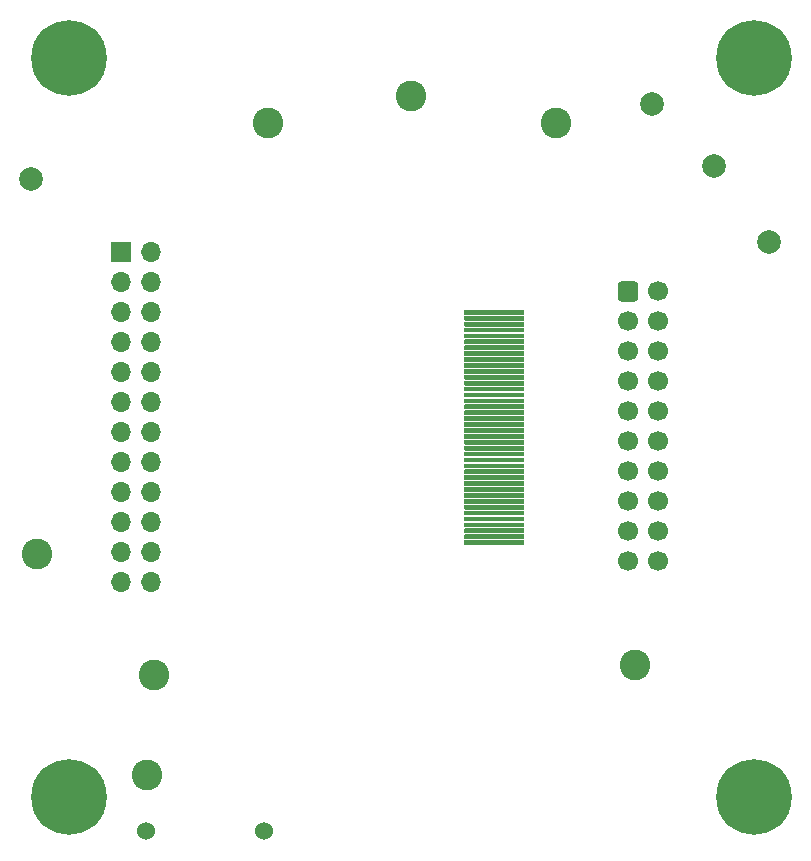
<source format=gbr>
%TF.GenerationSoftware,KiCad,Pcbnew,(5.1.10)-1*%
%TF.CreationDate,2021-12-17T12:10:03-05:00*%
%TF.ProjectId,Chess-Timer-RevA,43686573-732d-4546-996d-65722d526576,rev?*%
%TF.SameCoordinates,Original*%
%TF.FileFunction,Soldermask,Bot*%
%TF.FilePolarity,Negative*%
%FSLAX46Y46*%
G04 Gerber Fmt 4.6, Leading zero omitted, Abs format (unit mm)*
G04 Created by KiCad (PCBNEW (5.1.10)-1) date 2021-12-17 12:10:03*
%MOMM*%
%LPD*%
G01*
G04 APERTURE LIST*
%ADD10C,2.600000*%
%ADD11C,6.400000*%
%ADD12C,2.000000*%
%ADD13C,1.700000*%
%ADD14R,1.700000X1.700000*%
%ADD15O,1.700000X1.700000*%
%ADD16C,1.524000*%
G04 APERTURE END LIST*
%TO.C,U4*%
G36*
G01*
X44500000Y27050000D02*
X39500000Y27050000D01*
G75*
G02*
X39450000Y27100000I0J50000D01*
G01*
X39450000Y27400000D01*
G75*
G02*
X39500000Y27450000I50000J0D01*
G01*
X44500000Y27450000D01*
G75*
G02*
X44550000Y27400000I0J-50000D01*
G01*
X44550000Y27100000D01*
G75*
G02*
X44500000Y27050000I-50000J0D01*
G01*
G37*
G36*
G01*
X44500000Y27550000D02*
X39500000Y27550000D01*
G75*
G02*
X39450000Y27600000I0J50000D01*
G01*
X39450000Y27900000D01*
G75*
G02*
X39500000Y27950000I50000J0D01*
G01*
X44500000Y27950000D01*
G75*
G02*
X44550000Y27900000I0J-50000D01*
G01*
X44550000Y27600000D01*
G75*
G02*
X44500000Y27550000I-50000J0D01*
G01*
G37*
G36*
G01*
X44500000Y28050000D02*
X39500000Y28050000D01*
G75*
G02*
X39450000Y28100000I0J50000D01*
G01*
X39450000Y28400000D01*
G75*
G02*
X39500000Y28450000I50000J0D01*
G01*
X44500000Y28450000D01*
G75*
G02*
X44550000Y28400000I0J-50000D01*
G01*
X44550000Y28100000D01*
G75*
G02*
X44500000Y28050000I-50000J0D01*
G01*
G37*
G36*
G01*
X44500000Y28550000D02*
X39500000Y28550000D01*
G75*
G02*
X39450000Y28600000I0J50000D01*
G01*
X39450000Y28900000D01*
G75*
G02*
X39500000Y28950000I50000J0D01*
G01*
X44500000Y28950000D01*
G75*
G02*
X44550000Y28900000I0J-50000D01*
G01*
X44550000Y28600000D01*
G75*
G02*
X44500000Y28550000I-50000J0D01*
G01*
G37*
G36*
G01*
X44500000Y29050000D02*
X39500000Y29050000D01*
G75*
G02*
X39450000Y29100000I0J50000D01*
G01*
X39450000Y29400000D01*
G75*
G02*
X39500000Y29450000I50000J0D01*
G01*
X44500000Y29450000D01*
G75*
G02*
X44550000Y29400000I0J-50000D01*
G01*
X44550000Y29100000D01*
G75*
G02*
X44500000Y29050000I-50000J0D01*
G01*
G37*
G36*
G01*
X44500000Y29550000D02*
X39500000Y29550000D01*
G75*
G02*
X39450000Y29600000I0J50000D01*
G01*
X39450000Y29900000D01*
G75*
G02*
X39500000Y29950000I50000J0D01*
G01*
X44500000Y29950000D01*
G75*
G02*
X44550000Y29900000I0J-50000D01*
G01*
X44550000Y29600000D01*
G75*
G02*
X44500000Y29550000I-50000J0D01*
G01*
G37*
G36*
G01*
X44500000Y30050000D02*
X39500000Y30050000D01*
G75*
G02*
X39450000Y30100000I0J50000D01*
G01*
X39450000Y30400000D01*
G75*
G02*
X39500000Y30450000I50000J0D01*
G01*
X44500000Y30450000D01*
G75*
G02*
X44550000Y30400000I0J-50000D01*
G01*
X44550000Y30100000D01*
G75*
G02*
X44500000Y30050000I-50000J0D01*
G01*
G37*
G36*
G01*
X44500000Y30550000D02*
X39500000Y30550000D01*
G75*
G02*
X39450000Y30600000I0J50000D01*
G01*
X39450000Y30900000D01*
G75*
G02*
X39500000Y30950000I50000J0D01*
G01*
X44500000Y30950000D01*
G75*
G02*
X44550000Y30900000I0J-50000D01*
G01*
X44550000Y30600000D01*
G75*
G02*
X44500000Y30550000I-50000J0D01*
G01*
G37*
G36*
G01*
X44500000Y31050000D02*
X39500000Y31050000D01*
G75*
G02*
X39450000Y31100000I0J50000D01*
G01*
X39450000Y31400000D01*
G75*
G02*
X39500000Y31450000I50000J0D01*
G01*
X44500000Y31450000D01*
G75*
G02*
X44550000Y31400000I0J-50000D01*
G01*
X44550000Y31100000D01*
G75*
G02*
X44500000Y31050000I-50000J0D01*
G01*
G37*
G36*
G01*
X44500000Y31550000D02*
X39500000Y31550000D01*
G75*
G02*
X39450000Y31600000I0J50000D01*
G01*
X39450000Y31900000D01*
G75*
G02*
X39500000Y31950000I50000J0D01*
G01*
X44500000Y31950000D01*
G75*
G02*
X44550000Y31900000I0J-50000D01*
G01*
X44550000Y31600000D01*
G75*
G02*
X44500000Y31550000I-50000J0D01*
G01*
G37*
G36*
G01*
X44500000Y32050000D02*
X39500000Y32050000D01*
G75*
G02*
X39450000Y32100000I0J50000D01*
G01*
X39450000Y32400000D01*
G75*
G02*
X39500000Y32450000I50000J0D01*
G01*
X44500000Y32450000D01*
G75*
G02*
X44550000Y32400000I0J-50000D01*
G01*
X44550000Y32100000D01*
G75*
G02*
X44500000Y32050000I-50000J0D01*
G01*
G37*
G36*
G01*
X44500000Y32550000D02*
X39500000Y32550000D01*
G75*
G02*
X39450000Y32600000I0J50000D01*
G01*
X39450000Y32900000D01*
G75*
G02*
X39500000Y32950000I50000J0D01*
G01*
X44500000Y32950000D01*
G75*
G02*
X44550000Y32900000I0J-50000D01*
G01*
X44550000Y32600000D01*
G75*
G02*
X44500000Y32550000I-50000J0D01*
G01*
G37*
G36*
G01*
X44500000Y33050000D02*
X39500000Y33050000D01*
G75*
G02*
X39450000Y33100000I0J50000D01*
G01*
X39450000Y33400000D01*
G75*
G02*
X39500000Y33450000I50000J0D01*
G01*
X44500000Y33450000D01*
G75*
G02*
X44550000Y33400000I0J-50000D01*
G01*
X44550000Y33100000D01*
G75*
G02*
X44500000Y33050000I-50000J0D01*
G01*
G37*
G36*
G01*
X44500000Y33550000D02*
X39500000Y33550000D01*
G75*
G02*
X39450000Y33600000I0J50000D01*
G01*
X39450000Y33900000D01*
G75*
G02*
X39500000Y33950000I50000J0D01*
G01*
X44500000Y33950000D01*
G75*
G02*
X44550000Y33900000I0J-50000D01*
G01*
X44550000Y33600000D01*
G75*
G02*
X44500000Y33550000I-50000J0D01*
G01*
G37*
G36*
G01*
X44500000Y34050000D02*
X39500000Y34050000D01*
G75*
G02*
X39450000Y34100000I0J50000D01*
G01*
X39450000Y34400000D01*
G75*
G02*
X39500000Y34450000I50000J0D01*
G01*
X44500000Y34450000D01*
G75*
G02*
X44550000Y34400000I0J-50000D01*
G01*
X44550000Y34100000D01*
G75*
G02*
X44500000Y34050000I-50000J0D01*
G01*
G37*
G36*
G01*
X44500000Y34550000D02*
X39500000Y34550000D01*
G75*
G02*
X39450000Y34600000I0J50000D01*
G01*
X39450000Y34900000D01*
G75*
G02*
X39500000Y34950000I50000J0D01*
G01*
X44500000Y34950000D01*
G75*
G02*
X44550000Y34900000I0J-50000D01*
G01*
X44550000Y34600000D01*
G75*
G02*
X44500000Y34550000I-50000J0D01*
G01*
G37*
G36*
G01*
X44500000Y35050000D02*
X39500000Y35050000D01*
G75*
G02*
X39450000Y35100000I0J50000D01*
G01*
X39450000Y35400000D01*
G75*
G02*
X39500000Y35450000I50000J0D01*
G01*
X44500000Y35450000D01*
G75*
G02*
X44550000Y35400000I0J-50000D01*
G01*
X44550000Y35100000D01*
G75*
G02*
X44500000Y35050000I-50000J0D01*
G01*
G37*
G36*
G01*
X44500000Y35550000D02*
X39500000Y35550000D01*
G75*
G02*
X39450000Y35600000I0J50000D01*
G01*
X39450000Y35900000D01*
G75*
G02*
X39500000Y35950000I50000J0D01*
G01*
X44500000Y35950000D01*
G75*
G02*
X44550000Y35900000I0J-50000D01*
G01*
X44550000Y35600000D01*
G75*
G02*
X44500000Y35550000I-50000J0D01*
G01*
G37*
G36*
G01*
X44500000Y36050000D02*
X39500000Y36050000D01*
G75*
G02*
X39450000Y36100000I0J50000D01*
G01*
X39450000Y36400000D01*
G75*
G02*
X39500000Y36450000I50000J0D01*
G01*
X44500000Y36450000D01*
G75*
G02*
X44550000Y36400000I0J-50000D01*
G01*
X44550000Y36100000D01*
G75*
G02*
X44500000Y36050000I-50000J0D01*
G01*
G37*
G36*
G01*
X44500000Y36550000D02*
X39500000Y36550000D01*
G75*
G02*
X39450000Y36600000I0J50000D01*
G01*
X39450000Y36900000D01*
G75*
G02*
X39500000Y36950000I50000J0D01*
G01*
X44500000Y36950000D01*
G75*
G02*
X44550000Y36900000I0J-50000D01*
G01*
X44550000Y36600000D01*
G75*
G02*
X44500000Y36550000I-50000J0D01*
G01*
G37*
G36*
G01*
X44500000Y46550000D02*
X39500000Y46550000D01*
G75*
G02*
X39450000Y46600000I0J50000D01*
G01*
X39450000Y46900000D01*
G75*
G02*
X39500000Y46950000I50000J0D01*
G01*
X44500000Y46950000D01*
G75*
G02*
X44550000Y46900000I0J-50000D01*
G01*
X44550000Y46600000D01*
G75*
G02*
X44500000Y46550000I-50000J0D01*
G01*
G37*
G36*
G01*
X44500000Y46050000D02*
X39500000Y46050000D01*
G75*
G02*
X39450000Y46100000I0J50000D01*
G01*
X39450000Y46400000D01*
G75*
G02*
X39500000Y46450000I50000J0D01*
G01*
X44500000Y46450000D01*
G75*
G02*
X44550000Y46400000I0J-50000D01*
G01*
X44550000Y46100000D01*
G75*
G02*
X44500000Y46050000I-50000J0D01*
G01*
G37*
G36*
G01*
X44500000Y45550000D02*
X39500000Y45550000D01*
G75*
G02*
X39450000Y45600000I0J50000D01*
G01*
X39450000Y45900000D01*
G75*
G02*
X39500000Y45950000I50000J0D01*
G01*
X44500000Y45950000D01*
G75*
G02*
X44550000Y45900000I0J-50000D01*
G01*
X44550000Y45600000D01*
G75*
G02*
X44500000Y45550000I-50000J0D01*
G01*
G37*
G36*
G01*
X44500000Y45050000D02*
X39500000Y45050000D01*
G75*
G02*
X39450000Y45100000I0J50000D01*
G01*
X39450000Y45400000D01*
G75*
G02*
X39500000Y45450000I50000J0D01*
G01*
X44500000Y45450000D01*
G75*
G02*
X44550000Y45400000I0J-50000D01*
G01*
X44550000Y45100000D01*
G75*
G02*
X44500000Y45050000I-50000J0D01*
G01*
G37*
G36*
G01*
X44500000Y44550000D02*
X39500000Y44550000D01*
G75*
G02*
X39450000Y44600000I0J50000D01*
G01*
X39450000Y44900000D01*
G75*
G02*
X39500000Y44950000I50000J0D01*
G01*
X44500000Y44950000D01*
G75*
G02*
X44550000Y44900000I0J-50000D01*
G01*
X44550000Y44600000D01*
G75*
G02*
X44500000Y44550000I-50000J0D01*
G01*
G37*
G36*
G01*
X44500000Y44050000D02*
X39500000Y44050000D01*
G75*
G02*
X39450000Y44100000I0J50000D01*
G01*
X39450000Y44400000D01*
G75*
G02*
X39500000Y44450000I50000J0D01*
G01*
X44500000Y44450000D01*
G75*
G02*
X44550000Y44400000I0J-50000D01*
G01*
X44550000Y44100000D01*
G75*
G02*
X44500000Y44050000I-50000J0D01*
G01*
G37*
G36*
G01*
X44500000Y43550000D02*
X39500000Y43550000D01*
G75*
G02*
X39450000Y43600000I0J50000D01*
G01*
X39450000Y43900000D01*
G75*
G02*
X39500000Y43950000I50000J0D01*
G01*
X44500000Y43950000D01*
G75*
G02*
X44550000Y43900000I0J-50000D01*
G01*
X44550000Y43600000D01*
G75*
G02*
X44500000Y43550000I-50000J0D01*
G01*
G37*
G36*
G01*
X44500000Y43050000D02*
X39500000Y43050000D01*
G75*
G02*
X39450000Y43100000I0J50000D01*
G01*
X39450000Y43400000D01*
G75*
G02*
X39500000Y43450000I50000J0D01*
G01*
X44500000Y43450000D01*
G75*
G02*
X44550000Y43400000I0J-50000D01*
G01*
X44550000Y43100000D01*
G75*
G02*
X44500000Y43050000I-50000J0D01*
G01*
G37*
G36*
G01*
X44500000Y42550000D02*
X39500000Y42550000D01*
G75*
G02*
X39450000Y42600000I0J50000D01*
G01*
X39450000Y42900000D01*
G75*
G02*
X39500000Y42950000I50000J0D01*
G01*
X44500000Y42950000D01*
G75*
G02*
X44550000Y42900000I0J-50000D01*
G01*
X44550000Y42600000D01*
G75*
G02*
X44500000Y42550000I-50000J0D01*
G01*
G37*
G36*
G01*
X44500000Y42050000D02*
X39500000Y42050000D01*
G75*
G02*
X39450000Y42100000I0J50000D01*
G01*
X39450000Y42400000D01*
G75*
G02*
X39500000Y42450000I50000J0D01*
G01*
X44500000Y42450000D01*
G75*
G02*
X44550000Y42400000I0J-50000D01*
G01*
X44550000Y42100000D01*
G75*
G02*
X44500000Y42050000I-50000J0D01*
G01*
G37*
G36*
G01*
X44500000Y41550000D02*
X39500000Y41550000D01*
G75*
G02*
X39450000Y41600000I0J50000D01*
G01*
X39450000Y41900000D01*
G75*
G02*
X39500000Y41950000I50000J0D01*
G01*
X44500000Y41950000D01*
G75*
G02*
X44550000Y41900000I0J-50000D01*
G01*
X44550000Y41600000D01*
G75*
G02*
X44500000Y41550000I-50000J0D01*
G01*
G37*
G36*
G01*
X44500000Y41050000D02*
X39500000Y41050000D01*
G75*
G02*
X39450000Y41100000I0J50000D01*
G01*
X39450000Y41400000D01*
G75*
G02*
X39500000Y41450000I50000J0D01*
G01*
X44500000Y41450000D01*
G75*
G02*
X44550000Y41400000I0J-50000D01*
G01*
X44550000Y41100000D01*
G75*
G02*
X44500000Y41050000I-50000J0D01*
G01*
G37*
G36*
G01*
X44500000Y40550000D02*
X39500000Y40550000D01*
G75*
G02*
X39450000Y40600000I0J50000D01*
G01*
X39450000Y40900000D01*
G75*
G02*
X39500000Y40950000I50000J0D01*
G01*
X44500000Y40950000D01*
G75*
G02*
X44550000Y40900000I0J-50000D01*
G01*
X44550000Y40600000D01*
G75*
G02*
X44500000Y40550000I-50000J0D01*
G01*
G37*
G36*
G01*
X44500000Y40050000D02*
X39500000Y40050000D01*
G75*
G02*
X39450000Y40100000I0J50000D01*
G01*
X39450000Y40400000D01*
G75*
G02*
X39500000Y40450000I50000J0D01*
G01*
X44500000Y40450000D01*
G75*
G02*
X44550000Y40400000I0J-50000D01*
G01*
X44550000Y40100000D01*
G75*
G02*
X44500000Y40050000I-50000J0D01*
G01*
G37*
G36*
G01*
X44500000Y39550000D02*
X39500000Y39550000D01*
G75*
G02*
X39450000Y39600000I0J50000D01*
G01*
X39450000Y39900000D01*
G75*
G02*
X39500000Y39950000I50000J0D01*
G01*
X44500000Y39950000D01*
G75*
G02*
X44550000Y39900000I0J-50000D01*
G01*
X44550000Y39600000D01*
G75*
G02*
X44500000Y39550000I-50000J0D01*
G01*
G37*
G36*
G01*
X44500000Y39050000D02*
X39500000Y39050000D01*
G75*
G02*
X39450000Y39100000I0J50000D01*
G01*
X39450000Y39400000D01*
G75*
G02*
X39500000Y39450000I50000J0D01*
G01*
X44500000Y39450000D01*
G75*
G02*
X44550000Y39400000I0J-50000D01*
G01*
X44550000Y39100000D01*
G75*
G02*
X44500000Y39050000I-50000J0D01*
G01*
G37*
G36*
G01*
X44500000Y38550000D02*
X39500000Y38550000D01*
G75*
G02*
X39450000Y38600000I0J50000D01*
G01*
X39450000Y38900000D01*
G75*
G02*
X39500000Y38950000I50000J0D01*
G01*
X44500000Y38950000D01*
G75*
G02*
X44550000Y38900000I0J-50000D01*
G01*
X44550000Y38600000D01*
G75*
G02*
X44500000Y38550000I-50000J0D01*
G01*
G37*
G36*
G01*
X44500000Y38050000D02*
X39500000Y38050000D01*
G75*
G02*
X39450000Y38100000I0J50000D01*
G01*
X39450000Y38400000D01*
G75*
G02*
X39500000Y38450000I50000J0D01*
G01*
X44500000Y38450000D01*
G75*
G02*
X44550000Y38400000I0J-50000D01*
G01*
X44550000Y38100000D01*
G75*
G02*
X44500000Y38050000I-50000J0D01*
G01*
G37*
G36*
G01*
X44500000Y37550000D02*
X39500000Y37550000D01*
G75*
G02*
X39450000Y37600000I0J50000D01*
G01*
X39450000Y37900000D01*
G75*
G02*
X39500000Y37950000I50000J0D01*
G01*
X44500000Y37950000D01*
G75*
G02*
X44550000Y37900000I0J-50000D01*
G01*
X44550000Y37600000D01*
G75*
G02*
X44500000Y37550000I-50000J0D01*
G01*
G37*
G36*
G01*
X44500000Y37050000D02*
X39500000Y37050000D01*
G75*
G02*
X39450000Y37100000I0J50000D01*
G01*
X39450000Y37400000D01*
G75*
G02*
X39500000Y37450000I50000J0D01*
G01*
X44500000Y37450000D01*
G75*
G02*
X44550000Y37400000I0J-50000D01*
G01*
X44550000Y37100000D01*
G75*
G02*
X44500000Y37050000I-50000J0D01*
G01*
G37*
%TD*%
D10*
%TO.C,TP9*%
X13208000Y16002000D03*
%TD*%
D11*
%TO.C,MT3*%
X64000000Y68250000D03*
%TD*%
%TO.C,MT4*%
X64000000Y5750000D03*
%TD*%
%TO.C,MT1*%
X6000000Y5750000D03*
%TD*%
%TO.C,MT2*%
X6000000Y68250000D03*
%TD*%
D12*
%TO.C,H7*%
X2794000Y58013600D03*
%TD*%
%TO.C,H3*%
X65227200Y52730400D03*
%TD*%
%TO.C,H2*%
X60604400Y59131200D03*
%TD*%
%TO.C,H1*%
X55321200Y64414400D03*
%TD*%
%TO.C,J2*%
G36*
G01*
X52490000Y47914000D02*
X52490000Y49114000D01*
G75*
G02*
X52740000Y49364000I250000J0D01*
G01*
X53940000Y49364000D01*
G75*
G02*
X54190000Y49114000I0J-250000D01*
G01*
X54190000Y47914000D01*
G75*
G02*
X53940000Y47664000I-250000J0D01*
G01*
X52740000Y47664000D01*
G75*
G02*
X52490000Y47914000I0J250000D01*
G01*
G37*
D13*
X53340000Y45974000D03*
X53340000Y43434000D03*
X53340000Y40894000D03*
X53340000Y38354000D03*
X53340000Y35814000D03*
X53340000Y33274000D03*
X53340000Y30734000D03*
X53340000Y28194000D03*
X53340000Y25654000D03*
X55880000Y48514000D03*
X55880000Y45974000D03*
X55880000Y43434000D03*
X55880000Y40894000D03*
X55880000Y38354000D03*
X55880000Y35814000D03*
X55880000Y33274000D03*
X55880000Y30734000D03*
X55880000Y28194000D03*
X55880000Y25654000D03*
%TD*%
D14*
%TO.C,J4*%
X10414000Y51816000D03*
D15*
X12954000Y51816000D03*
X10414000Y49276000D03*
X12954000Y49276000D03*
X10414000Y46736000D03*
X12954000Y46736000D03*
X10414000Y44196000D03*
X12954000Y44196000D03*
X10414000Y41656000D03*
X12954000Y41656000D03*
X10414000Y39116000D03*
X12954000Y39116000D03*
X10414000Y36576000D03*
X12954000Y36576000D03*
X10414000Y34036000D03*
X12954000Y34036000D03*
X10414000Y31496000D03*
X12954000Y31496000D03*
X10414000Y28956000D03*
X12954000Y28956000D03*
X10414000Y26416000D03*
X12954000Y26416000D03*
X10414000Y23876000D03*
X12954000Y23876000D03*
%TD*%
D10*
%TO.C,TP1*%
X53962300Y16878300D03*
%TD*%
%TO.C,TP3*%
X3302000Y26314400D03*
%TD*%
%TO.C,TP4*%
X12573000Y7569200D03*
%TD*%
%TO.C,TP5*%
X22860000Y62738000D03*
%TD*%
%TO.C,TP6*%
X47200000Y62738000D03*
%TD*%
%TO.C,TP7*%
X34950400Y65100200D03*
%TD*%
D16*
%TO.C,BT1*%
X22526000Y2794000D03*
X12526000Y2794000D03*
%TD*%
M02*

</source>
